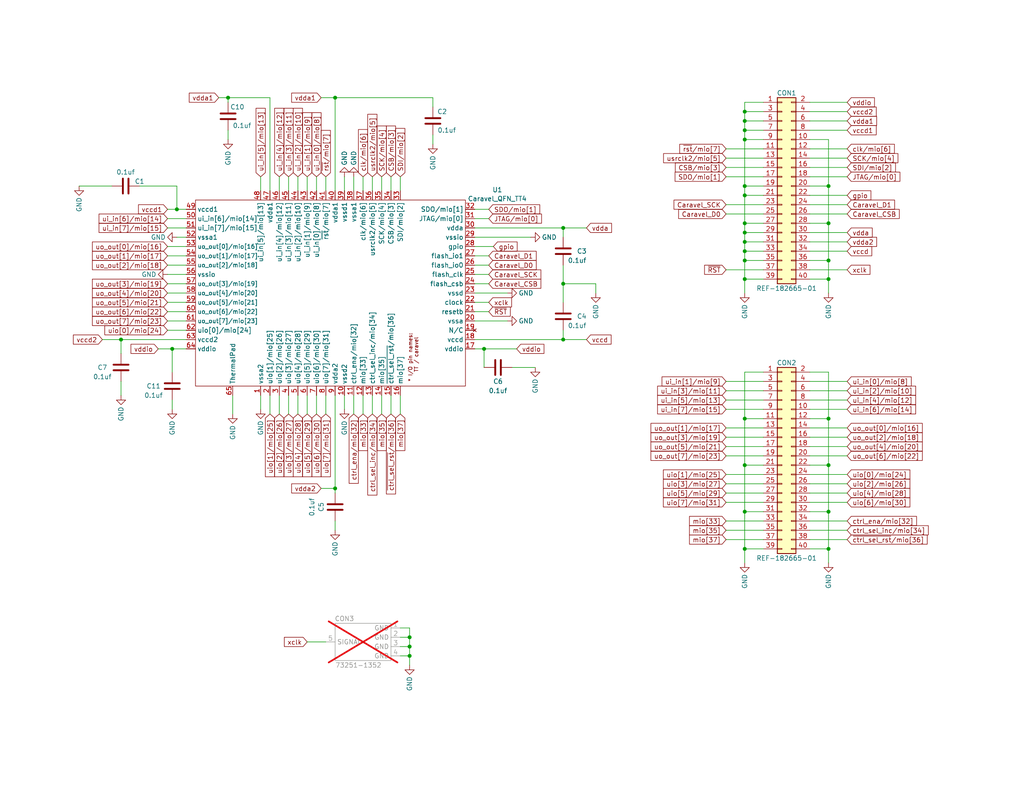
<source format=kicad_sch>
(kicad_sch (version 20230121) (generator eeschema)
  (paper "A")
  (title_block (title "Caravel QFN Breakout") (date "2023-07-21") (rev "2.1"))
  (lib_symbols
    (symbol "Connector_Generic:Conn_02x20_Odd_Even" (pin_names (offset 1.016) hide)
      (property "Reference" "J" (at 1.27 25.4 0))
      (property "Value" "Conn_02x20_Odd_Even" (at 1.27 -27.94 0))
      (symbol "Conn_02x20_Odd_Even_1_1"
        (rectangle (start -1.27 -25.273) (end 0 -25.527) (stroke (width 0.1524)))
        (rectangle (start -1.27 -22.733) (end 0 -22.987) (stroke (width 0.1524)))
        (rectangle (start -1.27 -20.193) (end 0 -20.447) (stroke (width 0.1524)))
        (rectangle (start -1.27 -17.653) (end 0 -17.907) (stroke (width 0.1524)))
        (rectangle (start -1.27 -15.113) (end 0 -15.367) (stroke (width 0.1524)))
        (rectangle (start -1.27 -12.573) (end 0 -12.827) (stroke (width 0.1524)))
        (rectangle (start -1.27 -10.033) (end 0 -10.287) (stroke (width 0.1524)))
        (rectangle (start -1.27 -7.493) (end 0 -7.747) (stroke (width 0.1524)))
        (rectangle (start -1.27 -4.953) (end 0 -5.207) (stroke (width 0.1524)))
        (rectangle (start -1.27 -2.413) (end 0 -2.667) (stroke (width 0.1524)))
        (rectangle (start -1.27 0.127) (end 0 -0.127) (stroke (width 0.1524)))
        (rectangle (start -1.27 2.667) (end 0 2.413) (stroke (width 0.1524)))
        (rectangle (start -1.27 5.207) (end 0 4.953) (stroke (width 0.1524)))
        (rectangle (start -1.27 7.747) (end 0 7.493) (stroke (width 0.1524)))
        (rectangle (start -1.27 10.287) (end 0 10.033) (stroke (width 0.1524)))
        (rectangle (start -1.27 12.827) (end 0 12.573) (stroke (width 0.1524)))
        (rectangle (start -1.27 15.367) (end 0 15.113) (stroke (width 0.1524)))
        (rectangle (start -1.27 17.907) (end 0 17.653) (stroke (width 0.1524)))
        (rectangle (start -1.27 20.447) (end 0 20.193) (stroke (width 0.1524)))
        (rectangle (start -1.27 22.987) (end 0 22.733) (stroke (width 0.1524)))
        (rectangle (start -1.27 24.13) (end 3.81 -26.67) (stroke (width 0.254)) (fill (type background)))
        (rectangle (start 3.81 -25.273) (end 2.54 -25.527) (stroke (width 0.1524)))
        (rectangle (start 3.81 -22.733) (end 2.54 -22.987) (stroke (width 0.1524)))
        (rectangle (start 3.81 -20.193) (end 2.54 -20.447) (stroke (width 0.1524)))
        (rectangle (start 3.81 -17.653) (end 2.54 -17.907) (stroke (width 0.1524)))
        (rectangle (start 3.81 -15.113) (end 2.54 -15.367) (stroke (width 0.1524)))
        (rectangle (start 3.81 -12.573) (end 2.54 -12.827) (stroke (width 0.1524)))
        (rectangle (start 3.81 -10.033) (end 2.54 -10.287) (stroke (width 0.1524)))
        (rectangle (start 3.81 -7.493) (end 2.54 -7.747) (stroke (width 0.1524)))
        (rectangle (start 3.81 -4.953) (end 2.54 -5.207) (stroke (width 0.1524)))
        (rectangle (start 3.81 -2.413) (end 2.54 -2.667) (stroke (width 0.1524)))
        (rectangle (start 3.81 0.127) (end 2.54 -0.127) (stroke (width 0.1524)))
        (rectangle (start 3.81 2.667) (end 2.54 2.413) (stroke (width 0.1524)))
        (rectangle (start 3.81 5.207) (end 2.54 4.953) (stroke (width 0.1524)))
        (rectangle (start 3.81 7.747) (end 2.54 7.493) (stroke (width 0.1524)))
        (rectangle (start 3.81 10.287) (end 2.54 10.033) (stroke (width 0.1524)))
        (rectangle (start 3.81 12.827) (end 2.54 12.573) (stroke (width 0.1524)))
        (rectangle (start 3.81 15.367) (end 2.54 15.113) (stroke (width 0.1524)))
        (rectangle (start 3.81 17.907) (end 2.54 17.653) (stroke (width 0.1524)))
        (rectangle (start 3.81 20.447) (end 2.54 20.193) (stroke (width 0.1524)))
        (rectangle (start 3.81 22.987) (end 2.54 22.733) (stroke (width 0.1524)))
        (pin passive line (at -5.08 22.86 0) (length 3.81) (name "Pin_1") (number "1"))
        (pin passive line (at 7.62 12.7 180) (length 3.81) (name "Pin_10") (number "10"))
        (pin passive line (at -5.08 10.16 0) (length 3.81) (name "Pin_11") (number "11"))
        (pin passive line (at 7.62 10.16 180) (length 3.81) (name "Pin_12") (number "12"))
        (pin passive line (at -5.08 7.62 0) (length 3.81) (name "Pin_13") (number "13"))
        (pin passive line (at 7.62 7.62 180) (length 3.81) (name "Pin_14") (number "14"))
        (pin passive line (at -5.08 5.08 0) (length 3.81) (name "Pin_15") (number "15"))
        (pin passive line (at 7.62 5.08 180) (length 3.81) (name "Pin_16") (number "16"))
        (pin passive line (at -5.08 2.54 0) (length 3.81) (name "Pin_17") (number "17"))
        (pin passive line (at 7.62 2.54 180) (length 3.81) (name "Pin_18") (number "18"))
        (pin passive line (at -5.08 0 0) (length 3.81) (name "Pin_19") (number "19"))
        (pin passive line (at 7.62 22.86 180) (length 3.81) (name "Pin_2") (number "2"))
        (pin passive line (at 7.62 0 180) (length 3.81) (name "Pin_20") (number "20"))
        (pin passive line (at -5.08 -2.54 0) (length 3.81) (name "Pin_21") (number "21"))
        (pin passive line (at 7.62 -2.54 180) (length 3.81) (name "Pin_22") (number "22"))
        (pin passive line (at -5.08 -5.08 0) (length 3.81) (name "Pin_23") (number "23"))
        (pin passive line (at 7.62 -5.08 180) (length 3.81) (name "Pin_24") (number "24"))
        (pin passive line (at -5.08 -7.62 0) (length 3.81) (name "Pin_25") (number "25"))
        (pin passive line (at 7.62 -7.62 180) (length 3.81) (name "Pin_26") (number "26"))
        (pin passive line (at -5.08 -10.16 0) (length 3.81) (name "Pin_27") (number "27"))
        (pin passive line (at 7.62 -10.16 180) (length 3.81) (name "Pin_28") (number "28"))
        (pin passive line (at -5.08 -12.7 0) (length 3.81) (name "Pin_29") (number "29"))
        (pin passive line (at -5.08 20.32 0) (length 3.81) (name "Pin_3") (number "3"))
        (pin passive line (at 7.62 -12.7 180) (length 3.81) (name "Pin_30") (number "30"))
        (pin passive line (at -5.08 -15.24 0) (length 3.81) (name "Pin_31") (number "31"))
        (pin passive line (at 7.62 -15.24 180) (length 3.81) (name "Pin_32") (number "32"))
        (pin passive line (at -5.08 -17.78 0) (length 3.81) (name "Pin_33") (number "33"))
        (pin passive line (at 7.62 -17.78 180) (length 3.81) (name "Pin_34") (number "34"))
        (pin passive line (at -5.08 -20.32 0) (length 3.81) (name "Pin_35") (number "35"))
        (pin passive line (at 7.62 -20.32 180) (length 3.81) (name "Pin_36") (number "36"))
        (pin passive line (at -5.08 -22.86 0) (length 3.81) (name "Pin_37") (number "37"))
        (pin passive line (at 7.62 -22.86 180) (length 3.81) (name "Pin_38") (number "38"))
        (pin passive line (at -5.08 -25.4 0) (length 3.81) (name "Pin_39") (number "39"))
        (pin passive line (at 7.62 20.32 180) (length 3.81) (name "Pin_4") (number "4"))
        (pin passive line (at 7.62 -25.4 180) (length 3.81) (name "Pin_40") (number "40"))
        (pin passive line (at -5.08 17.78 0) (length 3.81) (name "Pin_5") (number "5"))
        (pin passive line (at 7.62 17.78 180) (length 3.81) (name "Pin_6") (number "6"))
        (pin passive line (at -5.08 15.24 0) (length 3.81) (name "Pin_7") (number "7"))
        (pin passive line (at 7.62 15.24 180) (length 3.81) (name "Pin_8") (number "8"))
        (pin passive line (at -5.08 12.7 0) (length 3.81) (name "Pin_9") (number "9"))
      )
    )
    (symbol "Device:C" (pin_numbers hide) (pin_names (offset 0.254))
      (property "Reference" "C" (at 0.635 2.54 0))
      (property "Value" "C" (at 0.635 -2.54 0))
      (symbol "C_0_1"
        (polyline (pts (xy -2.032 -0.762) (xy 2.032 -0.762)) (stroke (width 0.508)))
        (polyline (pts (xy -2.032 0.762) (xy 2.032 0.762)) (stroke (width 0.508)))
      )
      (symbol "C_1_1"
        (pin passive line (at 0 3.81 270) (length 2.794) (name "~") (number "1"))
        (pin passive line (at 0 -3.81 90) (length 2.794) (name "~") (number "2"))
      )
    )
    (symbol "TinyTapeout:Caravel_QFN_TT4"
      (property "Reference" "U1" (at -26.416 41.656 0))
      (property "Value" "Caravel_QFN_TT4" (at 26.035 -33.655 90))
      (symbol "Caravel_QFN_TT4_0_1"
        (rectangle (start -26.67 40.64) (end 24.13 -33.02))
      )
      (symbol "Caravel_QFN_TT4_1_1"
        (text "* I/O pin names:\n  TT / caravel" (at -18.796 -18.796 0) (effects (font (size 1 1))))
        (pin power_in line (at -29.21 22.86 0) (length 2.54) (name "vssa2") (number "1"))
        (pin power_in line (at -29.21 0 0) (length 2.54) (name "vssd2") (number "10"))
        (pin bidirectional line (at -29.21 -2.54 0) (length 2.54) (name "ctrl_ena/mio[32]") (number "11"))
        (pin bidirectional line (at -29.21 -5.08 0) (length 2.54) (name "mio[33]") (number "12"))
        (pin bidirectional line (at -29.21 -7.62 0) (length 2.54) (name "ctrl_sel_inc/mio[34]") (number "13"))
        (pin bidirectional line (at -29.21 -10.16 0) (length 2.54) (name "mio[35]") (number "14"))
        (pin bidirectional line (at -29.21 -12.7 0) (length 2.54) (name "~{ctrl_sel_rst}/mio[36]") (number "15"))
        (pin bidirectional line (at -29.21 -15.24 0) (length 2.54) (name "mio[37]") (number "16"))
        (pin power_in line (at -16.51 -35.56 90) (length 2.54) (name "vddio") (number "17"))
        (pin power_in line (at -13.97 -35.56 90) (length 2.54) (name "vccd") (number "18"))
        (pin no_connect line (at -11.43 -35.56 90) (length 2.54) (name "N/C") (number "19"))
        (pin bidirectional line (at -29.21 20.32 0) (length 2.54) (name "uio[1]/mio[25]") (number "2"))
        (pin power_in line (at -8.89 -35.56 90) (length 2.54) (name "vssa") (number "20"))
        (pin input line (at -6.35 -35.56 90) (length 2.54) (name "resetb") (number "21"))
        (pin input line (at -3.81 -35.56 90) (length 2.54) (name "clock") (number "22"))
        (pin power_in line (at -1.27 -35.56 90) (length 2.54) (name "vssd") (number "23"))
        (pin output line (at 1.27 -35.56 90) (length 2.54) (name "flash_csb") (number "24"))
        (pin output line (at 3.81 -35.56 90) (length 2.54) (name "flash_clk") (number "25"))
        (pin bidirectional line (at 6.35 -35.56 90) (length 2.54) (name "flash_io0") (number "26"))
        (pin bidirectional line (at 8.89 -35.56 90) (length 2.54) (name "flash_io1") (number "27"))
        (pin bidirectional line (at 11.43 -35.56 90) (length 2.54) (name "gpio") (number "28"))
        (pin power_in line (at 13.97 -35.56 90) (length 2.54) (name "vssio") (number "29"))
        (pin bidirectional line (at -29.21 17.78 0) (length 2.54) (name "uio[2]/mio[26]") (number "3"))
        (pin power_in line (at 16.51 -35.56 90) (length 2.54) (name "vdda") (number "30"))
        (pin bidirectional line (at 19.05 -35.56 90) (length 2.54) (name "JTAG/mio[0]") (number "31"))
        (pin bidirectional line (at 21.59 -35.56 90) (length 2.54) (name "SDO/mio[1]") (number "32"))
        (pin bidirectional line (at 26.67 -15.24 180) (length 2.54) (name "SDI/mio[2]") (number "33"))
        (pin bidirectional line (at 26.67 -12.7 180) (length 2.54) (name "CSB/mio[3]") (number "34"))
        (pin bidirectional line (at 26.67 -10.16 180) (length 2.54) (name "SCK/mio[4]") (number "35"))
        (pin bidirectional line (at 26.67 -7.62 180) (length 2.54) (name "usrclk2/mio[5]") (number "36"))
        (pin bidirectional line (at 26.67 -5.08 180) (length 2.54) (name "clk/mio[6]") (number "37"))
        (pin power_in line (at 26.67 -2.54 180) (length 2.54) (name "vssa1") (number "38"))
        (pin power_in line (at 26.67 0 180) (length 2.54) (name "vssd1") (number "39"))
        (pin bidirectional line (at -29.21 15.24 0) (length 2.54) (name "uio[3]/mio[27]") (number "4"))
        (pin power_in line (at 26.67 2.54 180) (length 2.54) (name "vdda1") (number "40"))
        (pin bidirectional line (at 26.67 5.08 180) (length 2.54) (name "~{rst}/mio[7]") (number "41"))
        (pin bidirectional line (at 26.67 7.62 180) (length 2.54) (name "ui_in[0]/mio[8]") (number "42"))
        (pin bidirectional line (at 26.67 10.16 180) (length 2.54) (name "ui_in[1]/mio[9]") (number "43"))
        (pin bidirectional line (at 26.67 12.7 180) (length 2.54) (name "ui_in[2]/mio[10]") (number "44"))
        (pin bidirectional line (at 26.67 15.24 180) (length 2.54) (name "ui_in[3]/mio[11]") (number "45"))
        (pin bidirectional line (at 26.67 17.78 180) (length 2.54) (name "ui_in[4]/mio[12]") (number "46"))
        (pin power_in line (at 26.67 20.32 180) (length 2.54) (name "vdda1") (number "47"))
        (pin bidirectional line (at 26.67 22.86 180) (length 2.54) (name "ui_in[5]/mio[13]") (number "48"))
        (pin power_in line (at 21.59 43.18 270) (length 2.54) (name "vccd1") (number "49"))
        (pin bidirectional line (at -29.21 12.7 0) (length 2.54) (name "uio[4]/mio[28]") (number "5"))
        (pin bidirectional line (at 19.05 43.18 270) (length 2.54) (name "ui_in[6]/mio[14]") (number "50"))
        (pin bidirectional line (at 16.51 43.18 270) (length 2.54) (name "ui_in[7]/mio[15]") (number "51"))
        (pin power_in line (at 13.97 43.18 270) (length 2.54) (name "vssa1") (number "52"))
        (pin bidirectional line (at 11.43 43.18 270) (length 2.54) (name "uo_out[0]/mio[16]") (number "53"))
        (pin bidirectional line (at 8.89 43.18 270) (length 2.54) (name "uo_out[1]/mio[17]") (number "54"))
        (pin bidirectional line (at 6.35 43.18 270) (length 2.54) (name "uo_out[2]/mio[18]") (number "55"))
        (pin power_in line (at 3.81 43.18 270) (length 2.54) (name "vssio") (number "56"))
        (pin bidirectional line (at 1.27 43.18 270) (length 2.54) (name "uo_out[3]/mio[19]") (number "57"))
        (pin bidirectional line (at -1.27 43.18 270) (length 2.54) (name "uo_out[4]/mio[20]") (number "58"))
        (pin bidirectional line (at -3.81 43.18 270) (length 2.54) (name "uo_out[5]/mio[21]") (number "59"))
        (pin bidirectional line (at -29.21 10.16 0) (length 2.54) (name "uio[5]/mio[29]") (number "6"))
        (pin bidirectional line (at -6.35 43.18 270) (length 2.54) (name "uo_out[6]/mio[22]") (number "60"))
        (pin bidirectional line (at -8.89 43.18 270) (length 2.54) (name "uo_out[7]/mio[23]") (number "61"))
        (pin bidirectional line (at -11.43 43.18 270) (length 2.54) (name "uio[0]/mio[24]") (number "62"))
        (pin power_in line (at -13.97 43.18 270) (length 2.54) (name "vccd2") (number "63"))
        (pin power_in line (at -16.51 43.18 270) (length 2.54) (name "vddio") (number "64"))
        (pin power_in line (at -29.21 30.48 0) (length 2.54) (name "ThermalPad") (number "65"))
        (pin bidirectional line (at -29.21 7.62 0) (length 2.54) (name "uio[6]/mio[30]") (number "7"))
        (pin bidirectional line (at -29.21 5.08 0) (length 2.54) (name "uio[7]/mio[31]") (number "8"))
        (pin power_in line (at -29.21 2.54 0) (length 2.54) (name "vdda2") (number "9"))
      )
    )
    (symbol "ok-connectors:SMA_TH"
      (property "Reference" "CON" (at -5.08 6.35 0))
      (property "Value" "SMA_TH" (at -2.54 -6.35 0))
      (symbol "SMA_TH_0_1"
        (rectangle (start -7.62 5.08) (end 7.62 -5.08))
      )
      (symbol "SMA_TH_1_1"
        (pin input line (at 10.16 3.81 180) (length 2.54) (name "GND") (number "1"))
        (pin input line (at 10.16 1.27 180) (length 2.54) (name "GND") (number "2"))
        (pin input line (at 10.16 -1.27 180) (length 2.54) (name "GND") (number "3"))
        (pin input line (at 10.16 -3.81 180) (length 2.54) (name "GND") (number "4"))
        (pin input line (at -10.16 0 0) (length 2.54) (name "SIGNAL") (number "5"))
      )
    )
    (symbol "power:GND" (power) (pin_names (offset 0))
      (property "Value" "GND" (at 0 -3.81 0))
      (symbol "GND_0_1"
        (polyline (pts (xy 0 0) (xy 0 -1.27) (xy 1.27 -1.27) (xy 0 -2.54) (xy -1.27 -1.27) (xy 0 -1.27)))
      )
      (symbol "GND_1_1"
        (pin power_in line (at 0 0 270) (length 0) hide (name "GND") (number "1"))
      )
    )
  )
  (junction (at 203.2 76.2))
  (junction (at 111.76 176.53))
  (junction (at 226.06 127))
  (junction (at 33.02 92.71))
  (junction (at 226.06 149.86))
  (junction (at 91.44 133.35))
  (junction (at 203.2 38.1))
  (junction (at 111.76 179.07))
  (junction (at 91.44 26.67))
  (junction (at 203.2 127))
  (junction (at 203.2 30.48))
  (junction (at 111.76 173.99))
  (junction (at 132.08 95.25))
  (junction (at 226.06 139.7))
  (junction (at 203.2 50.8))
  (junction (at 203.2 63.5))
  (junction (at 203.2 71.12))
  (junction (at 153.67 62.23))
  (junction (at 203.2 35.56))
  (junction (at 48.26 57.15))
  (junction (at 203.2 68.58))
  (junction (at 226.06 76.2))
  (junction (at 226.06 50.8))
  (junction (at 153.67 77.47))
  (junction (at 226.06 114.3))
  (junction (at 46.99 95.25))
  (junction (at 226.06 71.12))
  (junction (at 62.23 26.67))
  (junction (at 203.2 60.96))
  (junction (at 153.67 92.71))
  (junction (at 203.2 139.7))
  (junction (at 203.2 149.86))
  (junction (at 203.2 33.02))
  (junction (at 203.2 53.34))
  (junction (at 226.06 60.96))
  (junction (at 203.2 114.3))
  (junction (at 203.2 66.04))
  (wire (pts (xy 198.12 142.24) (xy 208.28 142.24)))
  (wire (pts (xy 220.98 35.56) (xy 231.14 35.56)))
  (wire (pts (xy 109.22 176.53) (xy 111.76 176.53)))
  (wire (pts (xy 220.98 68.58) (xy 231.14 68.58)))
  (wire (pts (xy 106.68 48.26) (xy 106.68 52.07)))
  (wire (pts (xy 73.66 26.67) (xy 73.66 52.07)))
  (wire (pts (xy 96.52 113.03) (xy 96.52 107.95)))
  (wire (pts (xy 220.98 60.96) (xy 226.06 60.96)))
  (wire (pts (xy 220.98 111.76) (xy 231.14 111.76)))
  (wire (pts (xy 50.8 90.17) (xy 45.72 90.17)))
  (wire (pts (xy 220.98 129.54) (xy 231.14 129.54)))
  (wire (pts (xy 71.12 48.26) (xy 71.12 52.07)))
  (wire (pts (xy 91.44 107.95) (xy 91.44 133.35)))
  (wire (pts (xy 133.35 72.39) (xy 129.54 72.39)))
  (wire (pts (xy 220.98 104.14) (xy 231.14 104.14)))
  (wire (pts (xy 133.35 69.85) (xy 129.54 69.85)))
  (wire (pts (xy 203.2 27.94) (xy 208.28 27.94)))
  (wire (pts (xy 91.44 26.67) (xy 118.11 26.67)))
  (wire (pts (xy 220.98 139.7) (xy 226.06 139.7)))
  (wire (pts (xy 96.52 48.26) (xy 96.52 52.07)))
  (wire (pts (xy 111.76 173.99) (xy 111.76 176.53)))
  (wire (pts (xy 48.26 50.8) (xy 38.1 50.8)))
  (wire (pts (xy 101.6 48.26) (xy 101.6 52.07)))
  (wire (pts (xy 203.2 63.5) (xy 203.2 66.04)))
  (wire (pts (xy 160.02 92.71) (xy 153.67 92.71)))
  (wire (pts (xy 203.2 114.3) (xy 203.2 127)))
  (wire (pts (xy 198.12 43.18) (xy 208.28 43.18)))
  (wire (pts (xy 63.5 107.95) (xy 63.5 113.03)))
  (wire (pts (xy 129.54 62.23) (xy 153.67 62.23)))
  (wire (pts (xy 220.98 106.68) (xy 231.14 106.68)))
  (wire (pts (xy 220.98 116.84) (xy 231.14 116.84)))
  (wire (pts (xy 203.2 114.3) (xy 208.28 114.3)))
  (wire (pts (xy 203.2 66.04) (xy 203.2 68.58)))
  (wire (pts (xy 132.08 95.25) (xy 129.54 95.25)))
  (wire (pts (xy 220.98 127) (xy 226.06 127)))
  (wire (pts (xy 203.2 76.2) (xy 208.28 76.2)))
  (wire (pts (xy 104.14 113.03) (xy 104.14 107.95)))
  (wire (pts (xy 203.2 60.96) (xy 203.2 63.5)))
  (wire (pts (xy 106.68 113.03) (xy 106.68 107.95)))
  (wire (pts (xy 203.2 33.02) (xy 203.2 35.56)))
  (wire (pts (xy 86.36 113.03) (xy 86.36 107.95)))
  (wire (pts (xy 198.12 40.64) (xy 208.28 40.64)))
  (wire (pts (xy 76.2 48.26) (xy 76.2 52.07)))
  (wire (pts (xy 83.82 175.26) (xy 88.9 175.26)))
  (wire (pts (xy 198.12 104.14) (xy 208.28 104.14)))
  (wire (pts (xy 203.2 149.86) (xy 208.28 149.86)))
  (wire (pts (xy 153.67 62.23) (xy 153.67 64.77)))
  (wire (pts (xy 133.35 82.55) (xy 129.54 82.55)))
  (wire (pts (xy 198.12 45.72) (xy 208.28 45.72)))
  (wire (pts (xy 226.06 50.8) (xy 226.06 60.96)))
  (wire (pts (xy 220.98 73.66) (xy 231.14 73.66)))
  (wire (pts (xy 146.05 100.33) (xy 139.7 100.33)))
  (wire (pts (xy 203.2 76.2) (xy 203.2 80.01)))
  (wire (pts (xy 76.2 113.03) (xy 76.2 107.95)))
  (wire (pts (xy 81.28 48.26) (xy 81.28 52.07)))
  (wire (pts (xy 71.12 111.76) (xy 71.12 107.95)))
  (wire (pts (xy 160.02 62.23) (xy 153.67 62.23)))
  (wire (pts (xy 220.98 48.26) (xy 231.14 48.26)))
  (wire (pts (xy 203.2 139.7) (xy 208.28 139.7)))
  (wire (pts (xy 220.98 30.48) (xy 231.14 30.48)))
  (wire (pts (xy 203.2 30.48) (xy 203.2 33.02)))
  (wire (pts (xy 226.06 60.96) (xy 226.06 71.12)))
  (wire (pts (xy 83.82 48.26) (xy 83.82 52.07)))
  (wire (pts (xy 93.98 52.07) (xy 93.98 48.26)))
  (wire (pts (xy 73.66 26.67) (xy 62.23 26.67)))
  (wire (pts (xy 226.06 149.86) (xy 226.06 153.67)))
  (wire (pts (xy 50.8 59.69) (xy 45.72 59.69)))
  (wire (pts (xy 220.98 27.94) (xy 231.14 27.94)))
  (wire (pts (xy 104.14 48.26) (xy 104.14 52.07)))
  (wire (pts (xy 203.2 53.34) (xy 208.28 53.34)))
  (wire (pts (xy 91.44 26.67) (xy 87.63 26.67)))
  (wire (pts (xy 203.2 68.58) (xy 203.2 71.12)))
  (wire (pts (xy 198.12 124.46) (xy 208.28 124.46)))
  (wire (pts (xy 153.67 77.47) (xy 162.56 77.47)))
  (wire (pts (xy 208.28 101.6) (xy 203.2 101.6)))
  (wire (pts (xy 62.23 35.56) (xy 62.23 38.1)))
  (wire (pts (xy 220.98 137.16) (xy 231.14 137.16)))
  (wire (pts (xy 203.2 127) (xy 208.28 127)))
  (wire (pts (xy 33.02 92.71) (xy 27.94 92.71)))
  (wire (pts (xy 111.76 179.07) (xy 111.76 181.61)))
  (wire (pts (xy 208.28 63.5) (xy 203.2 63.5)))
  (wire (pts (xy 220.98 132.08) (xy 231.14 132.08)))
  (wire (pts (xy 198.12 134.62) (xy 208.28 134.62)))
  (wire (pts (xy 111.76 176.53) (xy 111.76 179.07)))
  (wire (pts (xy 78.74 48.26) (xy 78.74 52.07)))
  (wire (pts (xy 198.12 55.88) (xy 208.28 55.88)))
  (wire (pts (xy 203.2 50.8) (xy 208.28 50.8)))
  (wire (pts (xy 81.28 113.03) (xy 81.28 107.95)))
  (wire (pts (xy 118.11 39.37) (xy 118.11 36.83)))
  (wire (pts (xy 46.99 95.25) (xy 46.99 101.6)))
  (wire (pts (xy 99.06 113.03) (xy 99.06 107.95)))
  (wire (pts (xy 88.9 113.03) (xy 88.9 107.95)))
  (wire (pts (xy 220.98 55.88) (xy 231.14 55.88)))
  (wire (pts (xy 50.8 87.63) (xy 45.72 87.63)))
  (wire (pts (xy 62.23 26.67) (xy 62.23 27.94)))
  (wire (pts (xy 153.67 90.17) (xy 153.67 92.71)))
  (wire (pts (xy 220.98 58.42) (xy 231.14 58.42)))
  (wire (pts (xy 101.6 113.03) (xy 101.6 107.95)))
  (wire (pts (xy 133.35 85.09) (xy 129.54 85.09)))
  (wire (pts (xy 88.9 48.26) (xy 88.9 52.07)))
  (wire (pts (xy 208.28 66.04) (xy 203.2 66.04)))
  (wire (pts (xy 45.72 57.15) (xy 48.26 57.15)))
  (wire (pts (xy 203.2 33.02) (xy 208.28 33.02)))
  (wire (pts (xy 220.98 121.92) (xy 231.14 121.92)))
  (wire (pts (xy 226.06 127) (xy 226.06 139.7)))
  (wire (pts (xy 133.35 74.93) (xy 129.54 74.93)))
  (wire (pts (xy 203.2 30.48) (xy 208.28 30.48)))
  (wire (pts (xy 208.28 71.12) (xy 203.2 71.12)))
  (wire (pts (xy 198.12 129.54) (xy 208.28 129.54)))
  (wire (pts (xy 220.98 76.2) (xy 226.06 76.2)))
  (wire (pts (xy 198.12 48.26) (xy 208.28 48.26)))
  (wire (pts (xy 86.36 48.26) (xy 86.36 52.07)))
  (wire (pts (xy 198.12 58.42) (xy 208.28 58.42)))
  (wire (pts (xy 220.98 119.38) (xy 231.14 119.38)))
  (wire (pts (xy 203.2 27.94) (xy 203.2 30.48)))
  (wire (pts (xy 21.59 50.8) (xy 30.48 50.8)))
  (wire (pts (xy 226.06 114.3) (xy 226.06 127)))
  (wire (pts (xy 50.8 80.01) (xy 45.72 80.01)))
  (wire (pts (xy 198.12 144.78) (xy 208.28 144.78)))
  (wire (pts (xy 91.44 26.67) (xy 91.44 52.07)))
  (wire (pts (xy 220.98 66.04) (xy 231.14 66.04)))
  (wire (pts (xy 138.43 87.63) (xy 129.54 87.63)))
  (wire (pts (xy 220.98 50.8) (xy 226.06 50.8)))
  (wire (pts (xy 220.98 33.02) (xy 231.14 33.02)))
  (wire (pts (xy 220.98 134.62) (xy 231.14 134.62)))
  (wire (pts (xy 153.67 72.39) (xy 153.67 77.47)))
  (wire (pts (xy 109.22 173.99) (xy 111.76 173.99)))
  (wire (pts (xy 73.66 113.03) (xy 73.66 107.95)))
  (wire (pts (xy 203.2 35.56) (xy 208.28 35.56)))
  (wire (pts (xy 220.98 109.22) (xy 231.14 109.22)))
  (wire (pts (xy 198.12 111.76) (xy 208.28 111.76)))
  (wire (pts (xy 59.69 26.67) (xy 62.23 26.67)))
  (wire (pts (xy 220.98 43.18) (xy 231.14 43.18)))
  (wire (pts (xy 45.72 62.23) (xy 50.8 62.23)))
  (wire (pts (xy 132.08 95.25) (xy 140.97 95.25)))
  (wire (pts (xy 91.44 142.24) (xy 91.44 144.78)))
  (wire (pts (xy 198.12 119.38) (xy 208.28 119.38)))
  (wire (pts (xy 50.8 67.31) (xy 45.72 67.31)))
  (wire (pts (xy 203.2 71.12) (xy 203.2 76.2)))
  (wire (pts (xy 226.06 139.7) (xy 226.06 149.86)))
  (wire (pts (xy 153.67 77.47) (xy 153.67 82.55)))
  (wire (pts (xy 220.98 53.34) (xy 231.14 53.34)))
  (wire (pts (xy 220.98 71.12) (xy 226.06 71.12)))
  (wire (pts (xy 208.28 68.58) (xy 203.2 68.58)))
  (wire (pts (xy 46.99 109.22) (xy 46.99 111.76)))
  (wire (pts (xy 226.06 71.12) (xy 226.06 76.2)))
  (wire (pts (xy 198.12 121.92) (xy 208.28 121.92)))
  (wire (pts (xy 109.22 171.45) (xy 111.76 171.45)))
  (wire (pts (xy 198.12 137.16) (xy 208.28 137.16)))
  (wire (pts (xy 48.26 64.77) (xy 50.8 64.77)))
  (wire (pts (xy 153.67 92.71) (xy 129.54 92.71)))
  (wire (pts (xy 220.98 40.64) (xy 231.14 40.64)))
  (wire (pts (xy 220.98 149.86) (xy 226.06 149.86)))
  (wire (pts (xy 50.8 82.55) (xy 45.72 82.55)))
  (wire (pts (xy 203.2 38.1) (xy 203.2 50.8)))
  (wire (pts (xy 93.98 111.76) (xy 93.98 107.95)))
  (wire (pts (xy 220.98 124.46) (xy 231.14 124.46)))
  (wire (pts (xy 50.8 69.85) (xy 45.72 69.85)))
  (wire (pts (xy 220.98 114.3) (xy 226.06 114.3)))
  (wire (pts (xy 203.2 50.8) (xy 203.2 53.34)))
  (wire (pts (xy 33.02 92.71) (xy 33.02 96.52)))
  (wire (pts (xy 220.98 142.24) (xy 231.14 142.24)))
  (wire (pts (xy 220.98 45.72) (xy 231.14 45.72)))
  (wire (pts (xy 198.12 116.84) (xy 208.28 116.84)))
  (wire (pts (xy 99.06 48.26) (xy 99.06 52.07)))
  (wire (pts (xy 220.98 101.6) (xy 226.06 101.6)))
  (wire (pts (xy 198.12 73.66) (xy 208.28 73.66)))
  (wire (pts (xy 226.06 76.2) (xy 226.06 80.01)))
  (wire (pts (xy 226.06 101.6) (xy 226.06 114.3)))
  (wire (pts (xy 132.08 95.25) (xy 132.08 100.33)))
  (wire (pts (xy 109.22 179.07) (xy 111.76 179.07)))
  (wire (pts (xy 198.12 109.22) (xy 208.28 109.22)))
  (wire (pts (xy 226.06 38.1) (xy 226.06 50.8)))
  (wire (pts (xy 198.12 106.68) (xy 208.28 106.68)))
  (wire (pts (xy 48.26 57.15) (xy 48.26 50.8)))
  (wire (pts (xy 220.98 63.5) (xy 231.14 63.5)))
  (wire (pts (xy 133.35 59.69) (xy 129.54 59.69)))
  (wire (pts (xy 198.12 132.08) (xy 208.28 132.08)))
  (wire (pts (xy 203.2 38.1) (xy 208.28 38.1)))
  (wire (pts (xy 109.22 52.07) (xy 109.22 48.26)))
  (wire (pts (xy 46.99 95.25) (xy 50.8 95.25)))
  (wire (pts (xy 203.2 127) (xy 203.2 139.7)))
  (wire (pts (xy 208.28 60.96) (xy 203.2 60.96)))
  (wire (pts (xy 33.02 104.14) (xy 33.02 107.95)))
  (wire (pts (xy 220.98 147.32) (xy 231.14 147.32)))
  (wire (pts (xy 203.2 101.6) (xy 203.2 114.3)))
  (wire (pts (xy 50.8 85.09) (xy 45.72 85.09)))
  (wire (pts (xy 133.35 57.15) (xy 129.54 57.15)))
  (wire (pts (xy 50.8 77.47) (xy 45.72 77.47)))
  (wire (pts (xy 220.98 144.78) (xy 231.14 144.78)))
  (wire (pts (xy 118.11 26.67) (xy 118.11 29.21)))
  (wire (pts (xy 78.74 113.03) (xy 78.74 107.95)))
  (wire (pts (xy 198.12 147.32) (xy 208.28 147.32)))
  (wire (pts (xy 203.2 53.34) (xy 203.2 60.96)))
  (wire (pts (xy 109.22 113.03) (xy 109.22 107.95)))
  (wire (pts (xy 133.35 77.47) (xy 129.54 77.47)))
  (wire (pts (xy 134.62 67.31) (xy 129.54 67.31)))
  (wire (pts (xy 33.02 92.71) (xy 50.8 92.71)))
  (wire (pts (xy 91.44 134.62) (xy 91.44 133.35)))
  (wire (pts (xy 111.76 171.45) (xy 111.76 173.99)))
  (wire (pts (xy 203.2 149.86) (xy 203.2 153.67)))
  (wire (pts (xy 83.82 113.03) (xy 83.82 107.95)))
  (wire (pts (xy 45.72 74.93) (xy 50.8 74.93)))
  (wire (pts (xy 162.56 77.47) (xy 162.56 80.01)))
  (wire (pts (xy 203.2 139.7) (xy 203.2 149.86)))
  (wire (pts (xy 91.44 133.35) (xy 87.63 133.35)))
  (wire (pts (xy 138.43 80.01) (xy 129.54 80.01)))
  (wire (pts (xy 203.2 35.56) (xy 203.2 38.1)))
  (wire (pts (xy 220.98 38.1) (xy 226.06 38.1)))
  (wire (pts (xy 50.8 72.39) (xy 45.72 72.39)))
  (wire (pts (xy 48.26 57.15) (xy 50.8 57.15)))
  (wire (pts (xy 144.78 64.77) (xy 129.54 64.77)))
  (wire (pts (xy 43.18 95.25) (xy 46.99 95.25)))
  (global_label "JTAG{slash}mio[0]" (shape input) (at 231.14 48.26 0) (property "Intersheetrefs" "${INTERSHEET_REFS}" (effects hide)))
  (global_label "vdda2" (shape input) (at 231.14 66.04 0) (property "Intersheetrefs" "${INTERSHEET_REFS}" (effects hide)))
  (global_label "uo_out[5]{slash}mio[21]" (shape input) (at 45.72 82.55 180) (property "Intersheetrefs" "${INTERSHEET_REFS}" (effects hide)))
  (global_label "CSB{slash}mio[3]" (shape input) (at 198.12 45.72 180) (property "Intersheetrefs" "${INTERSHEET_REFS}" (effects hide)))
  (global_label "CSB{slash}mio[3]" (shape input) (at 106.68 48.26 90) (property "Intersheetrefs" "${INTERSHEET_REFS}" (effects hide)))
  (global_label "uio[7]{slash}mio[31]" (shape input) (at 88.9 113.03 270) (property "Intersheetrefs" "${INTERSHEET_REFS}" (effects hide)))
  (global_label "vdda2" (shape input) (at 87.63 133.35 180) (property "Intersheetrefs" "${INTERSHEET_REFS}" (effects hide)))
  (global_label "uio[2]{slash}mio[26]" (shape input) (at 76.2 113.03 270) (property "Intersheetrefs" "${INTERSHEET_REFS}" (effects hide)))
  (global_label "ctrl_ena{slash}mio[32]" (shape input) (at 231.14 142.24 0) (property "Intersheetrefs" "${INTERSHEET_REFS}" (effects hide)))
  (global_label "mio[33]" (shape input) (at 198.12 142.24 180) (property "Intersheetrefs" "${INTERSHEET_REFS}" (effects hide)))
  (global_label "Caravel_D1" (shape input) (at 133.35 69.85 0) (property "Intersheetrefs" "${INTERSHEET_REFS}" (effects hide)))
  (global_label "ui_in[7]{slash}mio[15]" (shape input) (at 198.12 111.76 180) (property "Intersheetrefs" "${INTERSHEET_REFS}" (effects hide)))
  (global_label "~{RST}" (shape input) (at 198.12 73.66 180) (property "Intersheetrefs" "${INTERSHEET_REFS}" (effects hide)))
  (global_label "ui_in[3]{slash}mio[11]" (shape input) (at 78.74 48.26 90) (property "Intersheetrefs" "${INTERSHEET_REFS}" (effects hide)))
  (global_label "xclk" (shape input) (at 133.35 82.55 0) (property "Intersheetrefs" "${INTERSHEET_REFS}" (effects hide)))
  (global_label "mio[35]" (shape input) (at 198.12 144.78 180) (property "Intersheetrefs" "${INTERSHEET_REFS}" (effects hide)))
  (global_label "ui_in[0]{slash}mio[8]" (shape input) (at 231.14 104.14 0) (property "Intersheetrefs" "${INTERSHEET_REFS}" (effects hide)))
  (global_label "uo_out[7]{slash}mio[23]" (shape input) (at 45.72 87.63 180) (property "Intersheetrefs" "${INTERSHEET_REFS}" (effects hide)))
  (global_label "Caravel_SCK" (shape input) (at 198.12 55.88 180) (property "Intersheetrefs" "${INTERSHEET_REFS}" (effects hide)))
  (global_label "vddio" (shape input) (at 43.18 95.25 180) (property "Intersheetrefs" "${INTERSHEET_REFS}" (effects hide)))
  (global_label "~{rst}{slash}mio[7]" (shape input) (at 198.12 40.64 180) (property "Intersheetrefs" "${INTERSHEET_REFS}" (effects hide)))
  (global_label "uio[5]{slash}mio[29]" (shape input) (at 198.12 134.62 180) (property "Intersheetrefs" "${INTERSHEET_REFS}" (effects hide)))
  (global_label "vccd2" (shape input) (at 231.14 30.48 0) (property "Intersheetrefs" "${INTERSHEET_REFS}" (effects hide)))
  (global_label "uio[1]{slash}mio[25]" (shape input) (at 198.12 129.54 180) (property "Intersheetrefs" "${INTERSHEET_REFS}" (effects hide)))
  (global_label "uio[4]{slash}mio[28]" (shape input) (at 231.14 134.62 0) (property "Intersheetrefs" "${INTERSHEET_REFS}" (effects hide)))
  (global_label "ui_in[0]{slash}mio[8]" (shape input) (at 86.36 48.26 90) (property "Intersheetrefs" "${INTERSHEET_REFS}" (effects hide)))
  (global_label "JTAG{slash}mio[0]" (shape input) (at 133.35 59.69 0) (property "Intersheetrefs" "${INTERSHEET_REFS}" (effects hide)))
  (global_label "mio[37]" (shape input) (at 109.22 113.03 270) (property "Intersheetrefs" "${INTERSHEET_REFS}" (effects hide)))
  (global_label "Caravel_CSB" (shape input) (at 133.35 77.47 0) (property "Intersheetrefs" "${INTERSHEET_REFS}" (effects hide)))
  (global_label "clk{slash}mio[6]" (shape input) (at 231.14 40.64 0) (property "Intersheetrefs" "${INTERSHEET_REFS}" (effects hide)))
  (global_label "uo_out[6]{slash}mio[22]" (shape input) (at 231.14 124.46 0) (property "Intersheetrefs" "${INTERSHEET_REFS}" (effects hide)))
  (global_label "uo_out[1]{slash}mio[17]" (shape input) (at 198.12 116.84 180) (property "Intersheetrefs" "${INTERSHEET_REFS}" (effects hide)))
  (global_label "uo_out[4]{slash}mio[20]" (shape input) (at 45.72 80.01 180) (property "Intersheetrefs" "${INTERSHEET_REFS}" (effects hide)))
  (global_label "~{ctrl_sel_rst}{slash}mio[36]" (shape input) (at 231.14 147.32 0) (property "Intersheetrefs" "${INTERSHEET_REFS}" (effects hide)))
  (global_label "vddio" (shape input) (at 231.14 27.94 0) (property "Intersheetrefs" "${INTERSHEET_REFS}" (effects hide)))
  (global_label "vccd2" (shape input) (at 27.94 92.71 180) (property "Intersheetrefs" "${INTERSHEET_REFS}" (effects hide)))
  (global_label "ui_in[2]{slash}mio[10]" (shape input) (at 81.28 48.26 90) (property "Intersheetrefs" "${INTERSHEET_REFS}" (effects hide)))
  (global_label "ui_in[5]{slash}mio[13]" (shape input) (at 198.12 109.22 180) (property "Intersheetrefs" "${INTERSHEET_REFS}" (effects hide)))
  (global_label "vdda1" (shape input) (at 59.69 26.67 180) (property "Intersheetrefs" "${INTERSHEET_REFS}" (effects hide)))
  (global_label "vddio" (shape input) (at 140.97 95.25 0) (property "Intersheetrefs" "${INTERSHEET_REFS}" (effects hide)))
  (global_label "ctrl_sel_inc{slash}mio[34]" (shape input) (at 101.6 113.03 270) (property "Intersheetrefs" "${INTERSHEET_REFS}" (effects hide)))
  (global_label "usrclk2{slash}mio[5]" (shape input) (at 101.6 48.26 90) (property "Intersheetrefs" "${INTERSHEET_REFS}" (effects hide)))
  (global_label "ui_in[6]{slash}mio[14]" (shape input) (at 45.72 59.69 180) (property "Intersheetrefs" "${INTERSHEET_REFS}" (effects hide)))
  (global_label "vccd1" (shape input) (at 231.14 35.56 0) (property "Intersheetrefs" "${INTERSHEET_REFS}" (effects hide)))
  (global_label "vdda1" (shape input) (at 87.63 26.67 180) (property "Intersheetrefs" "${INTERSHEET_REFS}" (effects hide)))
  (global_label "uo_out[4]{slash}mio[20]" (shape input) (at 231.14 121.92 0) (property "Intersheetrefs" "${INTERSHEET_REFS}" (effects hide)))
  (global_label "vccd1" (shape input) (at 45.72 57.15 180) (property "Intersheetrefs" "${INTERSHEET_REFS}" (effects hide)))
  (global_label "usrclk2{slash}mio[5]" (shape input) (at 198.12 43.18 180) (property "Intersheetrefs" "${INTERSHEET_REFS}" (effects hide)))
  (global_label "vccd" (shape input) (at 231.14 68.58 0) (property "Intersheetrefs" "${INTERSHEET_REFS}" (effects hide)))
  (global_label "ui_in[1]{slash}mio[9]" (shape input) (at 198.12 104.14 180) (property "Intersheetrefs" "${INTERSHEET_REFS}" (effects hide)))
  (global_label "vdda" (shape input) (at 160.02 62.23 0) (property "Intersheetrefs" "${INTERSHEET_REFS}" (effects hide)))
  (global_label "vdda" (shape input) (at 231.14 63.5 0) (property "Intersheetrefs" "${INTERSHEET_REFS}" (effects hide)))
  (global_label "ui_in[3]{slash}mio[11]" (shape input) (at 198.12 106.68 180) (property "Intersheetrefs" "${INTERSHEET_REFS}" (effects hide)))
  (global_label "mio[37]" (shape input) (at 198.12 147.32 180) (property "Intersheetrefs" "${INTERSHEET_REFS}" (effects hide)))
  (global_label "mio[35]" (shape input) (at 104.14 113.03 270) (property "Intersheetrefs" "${INTERSHEET_REFS}" (effects hide)))
  (global_label "SCK{slash}mio[4]" (shape input) (at 231.14 43.18 0) (property "Intersheetrefs" "${INTERSHEET_REFS}" (effects hide)))
  (global_label "ui_in[6]{slash}mio[14]" (shape input) (at 231.14 111.76 0) (property "Intersheetrefs" "${INTERSHEET_REFS}" (effects hide)))
  (global_label "~{RST}" (shape input) (at 133.35 85.09 0) (property "Intersheetrefs" "${INTERSHEET_REFS}" (effects hide)))
  (global_label "xclk" (shape input) (at 231.14 73.66 0) (property "Intersheetrefs" "${INTERSHEET_REFS}" (effects hide)))
  (global_label "ui_in[2]{slash}mio[10]" (shape input) (at 231.14 106.68 0) (property "Intersheetrefs" "${INTERSHEET_REFS}" (effects hide)))
  (global_label "uo_out[7]{slash}mio[23]" (shape input) (at 198.12 124.46 180) (property "Intersheetrefs" "${INTERSHEET_REFS}" (effects hide)))
  (global_label "~{rst}{slash}mio[7]" (shape input) (at 88.9 48.26 90) (property "Intersheetrefs" "${INTERSHEET_REFS}" (effects hide)))
  (global_label "uo_out[2]{slash}mio[18]" (shape input) (at 231.14 119.38 0) (property "Intersheetrefs" "${INTERSHEET_REFS}" (effects hide)))
  (global_label "SDO{slash}mio[1]" (shape input) (at 198.12 48.26 180) (property "Intersheetrefs" "${INTERSHEET_REFS}" (effects hide)))
  (global_label "SDO{slash}mio[1]" (shape input) (at 133.35 57.15 0) (property "Intersheetrefs" "${INTERSHEET_REFS}" (effects hide)))
  (global_label "gpio" (shape input) (at 231.14 53.34 0) (property "Intersheetrefs" "${INTERSHEET_REFS}" (effects hide)))
  (global_label "Caravel_D1" (shape input) (at 231.14 55.88 0) (property "Intersheetrefs" "${INTERSHEET_REFS}" (effects hide)))
  (global_label "uio[4]{slash}mio[28]" (shape input) (at 81.28 113.03 270) (property "Intersheetrefs" "${INTERSHEET_REFS}" (effects hide)))
  (global_label "uo_out[3]{slash}mio[19]" (shape input) (at 198.12 119.38 180) (property "Intersheetrefs" "${INTERSHEET_REFS}" (effects hide)))
  (global_label "uio[1]{slash}mio[25]" (shape input) (at 73.66 113.03 270) (property "Intersheetrefs" "${INTERSHEET_REFS}" (effects hide)))
  (global_label "SDI{slash}mio[2]" (shape input) (at 109.22 48.26 90) (property "Intersheetrefs" "${INTERSHEET_REFS}" (effects hide)))
  (global_label "clk{slash}mio[6]" (shape input) (at 99.06 48.26 90) (property "Intersheetrefs" "${INTERSHEET_REFS}" (effects hide)))
  (global_label "uio[5]{slash}mio[29]" (shape input) (at 83.82 113.03 270) (property "Intersheetrefs" "${INTERSHEET_REFS}" (effects hide)))
  (global_label "SDI{slash}mio[2]" (shape input) (at 231.14 45.72 0) (property "Intersheetrefs" "${INTERSHEET_REFS}" (effects hide)))
  (global_label "uio[3]{slash}mio[27]" (shape input) (at 198.12 132.08 180) (property "Intersheetrefs" "${INTERSHEET_REFS}" (effects hide)))
  (global_label "uo_out[0]{slash}mio[16]" (shape input) (at 45.72 67.31 180) (property "Intersheetrefs" "${INTERSHEET_REFS}" (effects hide)))
  (global_label "uio[2]{slash}mio[26]" (shape input) (at 231.14 132.08 0) (property "Intersheetrefs" "${INTERSHEET_REFS}" (effects hide)))
  (global_label "uo_out[5]{slash}mio[21]" (shape input) (at 198.12 121.92 180) (property "Intersheetrefs" "${INTERSHEET_REFS}" (effects hide)))
  (global_label "vdda1" (shape input) (at 231.14 33.02 0) (property "Intersheetrefs" "${INTERSHEET_REFS}" (effects hide)))
  (global_label "ui_in[5]{slash}mio[13]" (shape input) (at 71.12 48.26 90) (property "Intersheetrefs" "${INTERSHEET_REFS}" (effects hide)))
  (global_label "uio[6]{slash}mio[30]" (shape input) (at 86.36 113.03 270) (property "Intersheetrefs" "${INTERSHEET_REFS}" (effects hide)))
  (global_label "uo_out[6]{slash}mio[22]" (shape input) (at 45.72 85.09 180) (property "Intersheetrefs" "${INTERSHEET_REFS}" (effects hide)))
  (global_label "uio[0]{slash}mio[24]" (shape input) (at 231.14 129.54 0) (property "Intersheetrefs" "${INTERSHEET_REFS}" (effects hide)))
  (global_label "Caravel_CSB" (shape input) (at 231.14 58.42 0) (property "Intersheetrefs" "${INTERSHEET_REFS}" (effects hide)))
  (global_label "uio[3]{slash}mio[27]" (shape input) (at 78.74 113.03 270) (property "Intersheetrefs" "${INTERSHEET_REFS}" (effects hide)))
  (global_label "xclk" (shape input) (at 83.82 175.26 180) (property "Intersheetrefs" "${INTERSHEET_REFS}" (effects hide)))
  (global_label "vccd" (shape input) (at 160.02 92.71 0) (property "Intersheetrefs" "${INTERSHEET_REFS}" (effects hide)))
  (global_label "ui_in[4]{slash}mio[12]" (shape input) (at 76.2 48.26 90) (property "Intersheetrefs" "${INTERSHEET_REFS}" (effects hide)))
  (global_label "ui_in[7]{slash}mio[15]" (shape input) (at 45.72 62.23 180) (property "Intersheetrefs" "${INTERSHEET_REFS}" (effects hide)))
  (global_label "ctrl_sel_inc{slash}mio[34]" (shape input) (at 231.14 144.78 0) (property "Intersheetrefs" "${INTERSHEET_REFS}" (effects hide)))
  (global_label "uo_out[2]{slash}mio[18]" (shape input) (at 45.72 72.39 180) (property "Intersheetrefs" "${INTERSHEET_REFS}" (effects hide)))
  (global_label "gpio" (shape input) (at 134.62 67.31 0) (property "Intersheetrefs" "${INTERSHEET_REFS}" (effects hide)))
  (global_label "uo_out[3]{slash}mio[19]" (shape input) (at 45.72 77.47 180) (property "Intersheetrefs" "${INTERSHEET_REFS}" (effects hide)))
  (global_label "SCK{slash}mio[4]" (shape input) (at 104.14 48.26 90) (property "Intersheetrefs" "${INTERSHEET_REFS}" (effects hide)))
  (global_label "uio[0]{slash}mio[24]" (shape input) (at 45.72 90.17 180) (property "Intersheetrefs" "${INTERSHEET_REFS}" (effects hide)))
  (global_label "Caravel_D0" (shape input) (at 133.35 72.39 0) (property "Intersheetrefs" "${INTERSHEET_REFS}" (effects hide)))
  (global_label "~{ctrl_sel_rst}{slash}mio[36]" (shape input) (at 106.68 113.03 270) (property "Intersheetrefs" "${INTERSHEET_REFS}" (effects hide)))
  (global_label "mio[33]" (shape input) (at 99.06 113.03 270) (property "Intersheetrefs" "${INTERSHEET_REFS}" (effects hide)))
  (global_label "uio[6]{slash}mio[30]" (shape input) (at 231.14 137.16 0) (property "Intersheetrefs" "${INTERSHEET_REFS}" (effects hide)))
  (global_label "ui_in[4]{slash}mio[12]" (shape input) (at 231.14 109.22 0) (property "Intersheetrefs" "${INTERSHEET_REFS}" (effects hide)))
  (global_label "uo_out[0]{slash}mio[16]" (shape input) (at 231.14 116.84 0) (property "Intersheetrefs" "${INTERSHEET_REFS}" (effects hide)))
  (global_label "Caravel_SCK" (shape input) (at 133.35 74.93 0) (property "Intersheetrefs" "${INTERSHEET_REFS}" (effects hide)))
  (global_label "ctrl_ena{slash}mio[32]" (shape input) (at 96.52 113.03 270) (property "Intersheetrefs" "${INTERSHEET_REFS}" (effects hide)))
  (global_label "uo_out[1]{slash}mio[17]" (shape input) (at 45.72 69.85 180) (property "Intersheetrefs" "${INTERSHEET_REFS}" (effects hide)))
  (global_label "Caravel_D0" (shape input) (at 198.12 58.42 180) (property "Intersheetrefs" "${INTERSHEET_REFS}" (effects hide)))
  (global_label "uio[7]{slash}mio[31]" (shape input) (at 198.12 137.16 180) (property "Intersheetrefs" "${INTERSHEET_REFS}" (effects hide)))
  (global_label "ui_in[1]{slash}mio[9]" (shape input) (at 83.82 48.26 90) (property "Intersheetrefs" "${INTERSHEET_REFS}" (effects hide)))
  (symbol (lib_id "Device:C") (at 153.67 68.58 0) (unit 1)
    (property "Reference" "C3" (at 158.75 68.58 0))
    (property "Value" "0.1uf" (at 157.48 71.12 0))
    (property "Footprint" "Capacitor_SMD:C_0402_1005Metric" (effects hide))
    (property "MPN" "EMK105B7104KV-F" (effects hide))
    (property "MPN_ALT" "CL05B104KA5NNNC" (effects hide))
    (property "SMARTBOM" "0.1u 0402 10%" (effects hide))
  )
  (symbol (lib_id "Device:C") (at 135.89 100.33 270) (unit 1)
    (property "Reference" "C6" (at 135.89 104.14 90))
    (property "Value" "0.1uf" (at 135.89 106.68 90))
    (property "Footprint" "Capacitor_SMD:C_0402_1005Metric" (effects hide))
    (property "MPN" "EMK105B7104KV-F" (effects hide))
    (property "MPN_ALT" "CL05B104KA5NNNC" (effects hide))
    (property "SMARTBOM" "0.1u 0402 10%" (effects hide))
  )
  (symbol (lib_id "Device:C") (at 153.67 86.36 0) (unit 1)
    (property "Reference" "C4" (at 158.75 86.36 0))
    (property "Value" "0.1uf" (at 157.48 88.9 0))
    (property "Footprint" "Capacitor_SMD:C_0402_1005Metric" (effects hide))
    (property "MPN" "EMK105B7104KV-F" (effects hide))
    (property "MPN_ALT" "CL05B104KA5NNNC" (effects hide))
    (property "SMARTBOM" "0.1u 0402 10%" (effects hide))
  )
  (symbol (lib_id "Device:C") (at 118.11 33.02 0) (unit 1)
    (property "Reference" "C2" (at 120.65 30.48 0))
    (property "Value" "0.1uf" (at 121.92 35.56 0))
    (property "Footprint" "Capacitor_SMD:C_0402_1005Metric" (effects hide))
    (property "MPN" "EMK105B7104KV-F" (effects hide))
    (property "MPN_ALT" "CL05B104KA5NNNC" (effects hide))
    (property "SMARTBOM" "0.1u 0402 10%" (effects hide))
  )
  (symbol (lib_id "Device:C") (at 33.02 100.33 180) (unit 1)
    (property "Reference" "C7" (at 27.94 100.33 0))
    (property "Value" "0.1uf" (at 27.94 102.87 0))
    (property "Footprint" "Capacitor_SMD:C_0402_1005Metric" (effects hide))
    (property "MPN" "EMK105B7104KV-F" (effects hide))
    (property "MPN_ALT" "CL05B104KA5NNNC" (effects hide))
    (property "SMARTBOM" "0.1u 0402 10%" (effects hide))
  )
  (symbol (lib_id "Device:C") (at 91.44 138.43 180) (unit 1)
    (property "Reference" "C5" (at 87.63 138.43 90))
    (property "Value" "0.1uf" (at 85.09 138.43 90))
    (property "Footprint" "Capacitor_SMD:C_0402_1005Metric" (effects hide))
    (property "MPN" "EMK105B7104KV-F" (effects hide))
    (property "MPN_ALT" "CL05B104KA5NNNC" (effects hide))
    (property "SMARTBOM" "0.1u 0402 10%" (effects hide))
  )
  (symbol (lib_id "Device:C") (at 34.29 50.8 90) (unit 1)
    (property "Reference" "C1" (at 38.1 49.53 90))
    (property "Value" "0.1uf" (at 34.29 46.99 90))
    (property "Footprint" "Capacitor_SMD:C_0402_1005Metric" (effects hide))
    (property "MPN" "EMK105B7104KV-F" (effects hide))
    (property "MPN_ALT" "CL05B104KA5NNNC" (effects hide))
    (property "SMARTBOM" "0.1u 0402 10%" (effects hide))
  )
  (symbol (lib_id "power:GND") (at 71.12 111.76 0) (unit 1)
    (property "Reference" "#PWR024" (effects hide))
    (property "Value" "GND" (at 71.12 116.84 90))
  )
  (symbol (lib_id "power:GND") (at 62.23 38.1 0) (unit 1)
    (property "Reference" "#PWR019" (effects hide))
    (property "Value" "GND" (at 62.23 43.18 90))
  )
  (symbol (lib_id "power:GND") (at 46.99 111.76 0) (unit 1)
    (property "Reference" "#PWR015" (effects hide))
    (property "Value" "GND" (at 46.99 116.84 90))
  )
  (symbol (lib_id "power:GND") (at 226.06 153.67 0) (unit 1)
    (property "Reference" "#PWR040" (effects hide))
    (property "Value" "GND" (at 226.06 158.75 90))
  )
  (symbol (lib_id "Device:C") (at 62.23 31.75 0) (unit 1)
    (property "Reference" "C10" (at 64.77 29.21 0))
    (property "Value" "0.1uf" (at 66.04 34.29 0))
    (property "Footprint" "Capacitor_SMD:C_0402_1005Metric" (effects hide))
    (property "MPN" "EMK105B7104KV-F" (effects hide))
    (property "MPN_ALT" "CL05B104KA5NNNC" (effects hide))
    (property "SMARTBOM" "0.1u 0402 10%" (effects hide))
  )
  (symbol (lib_id "power:GND") (at 93.98 48.26 180) (unit 1)
    (property "Reference" "#PWR028" (effects hide))
    (property "Value" "GND" (at 93.98 43.18 90))
  )
  (symbol (lib_id "power:GND") (at 118.11 39.37 0) (unit 1)
    (property "Reference" "#PWR031" (effects hide))
    (property "Value" "GND" (at 118.11 44.45 90))
  )
  (symbol (lib_id "Device:C") (at 46.99 105.41 180) (unit 1)
    (property "Reference" "C11" (at 41.91 105.41 0))
    (property "Value" "0.1uf" (at 41.91 107.95 0))
    (property "Footprint" "Capacitor_SMD:C_0402_1005Metric" (effects hide))
    (property "MPN" "EMK105B7104KV-F" (effects hide))
    (property "MPN_ALT" "CL05B104KA5NNNC" (effects hide))
    (property "SMARTBOM" "0.1u 0402 10%" (effects hide))
  )
  (symbol (lib_id "power:GND") (at 91.44 144.78 0) (unit 1)
    (property "Reference" "#PWR025" (effects hide))
    (property "Value" "GND" (at 91.44 149.86 90))
  )
  (symbol (lib_id "power:GND") (at 144.78 64.77 90) (unit 1)
    (property "Reference" "#PWR034" (effects hide))
    (property "Value" "GND" (at 149.86 64.77 90))
  )
  (symbol (lib_id "power:GND") (at 203.2 153.67 0) (unit 1)
    (property "Reference" "#PWR038" (effects hide))
    (property "Value" "GND" (at 203.2 158.75 90))
  )
  (symbol (lib_id "power:GND") (at 146.05 100.33 0) (unit 1)
    (property "Reference" "#PWR035" (effects hide))
    (property "Value" "GND" (at 146.05 105.41 90))
  )
  (symbol (lib_id "power:GND") (at 33.02 107.95 0) (unit 1)
    (property "Reference" "#PWR08" (effects hide))
    (property "Value" "GND" (at 33.02 113.03 90))
  )
  (symbol (lib_id "Connector_Generic:Conn_02x20_Odd_Even") (at 213.36 50.8 0) (unit 1)
    (property "Reference" "CON1" (at 214.63 25.4 0))
    (property "Value" "REF-182665-01" (at 214.63 78.74 0))
    (property "Footprint" "BreakoutCommon:FH-00339" (effects hide))
    (property "MPN" "REF-182665-01" (effects hide))
    (property "MPN_ALT" "FH-00339 (or Harwin M20-7812045)" (effects hide))
  )
  (symbol (lib_id "power:GND") (at 48.26 64.77 270) (unit 1)
    (property "Reference" "#PWR018" (effects hide))
    (property "Value" "GND" (at 43.18 64.77 90))
  )
  (symbol (lib_id "power:GND") (at 63.5 113.03 0) (unit 1)
    (property "Reference" "#PWR020" (effects hide))
    (property "Value" "GND" (at 63.5 118.11 90))
  )
  (symbol (lib_id "power:GND") (at 162.56 80.01 0) (unit 1)
    (property "Reference" "#PWR036" (effects hide))
    (property "Value" "GND" (at 162.56 85.09 90))
  )
  (symbol (lib_id "power:GND") (at 203.2 80.01 0) (unit 1)
    (property "Reference" "#PWR037" (effects hide))
    (property "Value" "GND" (at 203.2 85.09 90))
  )
  (symbol (lib_id "TinyTapeout:Caravel_QFN_TT4") (at 93.98 78.74 90) (unit 1)
    (property "Reference" "U1" (at 135.6987 51.8276 90))
    (property "Value" "Caravel_QFN_TT4" (at 135.6987 54.2518 90))
    (property "Footprint" "TinyTapeout:QFN-64-1EP_9x9mm_P0.5mm_EP7.65x7.65mm_REDUCEDPASTE" (effects hide))
    (property "Datasheet" "https://github.com/tinytapeout/tinytapeout-mpw7/blob/mpw7/INFO.md#pinout" (effects hide))
  )
  (symbol (lib_id "power:GND") (at 96.52 48.26 180) (unit 1)
    (property "Reference" "#PWR030" (effects hide))
    (property "Value" "GND" (at 96.52 43.18 90))
  )
  (symbol (lib_id "power:GND") (at 111.76 181.61 0) (unit 1)
    (property "Reference" "#PWR0101" (effects hide))
    (property "Value" "GND" (at 111.76 186.69 90))
  )
  (symbol (lib_id "power:GND") (at 138.43 87.63 90) (unit 1)
    (property "Reference" "#PWR033" (effects hide))
    (property "Value" "GND" (at 143.51 87.63 90))
  )
  (symbol (lib_id "power:GND") (at 138.43 80.01 90) (unit 1)
    (property "Reference" "#PWR032" (effects hide))
    (property "Value" "GND" (at 143.51 80.01 90))
  )
  (symbol (lib_id "power:GND") (at 226.06 80.01 0) (unit 1)
    (property "Reference" "#PWR039" (effects hide))
    (property "Value" "GND" (at 226.06 85.09 90))
  )
  (symbol (lib_id "power:GND") (at 45.72 74.93 270) (unit 1)
    (property "Reference" "#PWR010" (effects hide))
    (property "Value" "GND" (at 40.64 74.93 90))
  )
  (symbol (lib_id "power:GND") (at 93.98 111.76 0) (unit 1)
    (property "Reference" "#PWR029" (effects hide))
    (property "Value" "GND" (at 93.98 116.84 90))
  )
  (symbol (lib_id "power:GND") (at 21.59 50.8 0) (unit 1)
    (property "Reference" "#PWR06" (effects hide))
    (property "Value" "GND" (at 21.59 55.88 90))
  )
  (symbol (lib_id "Connector_Generic:Conn_02x20_Odd_Even") (at 213.36 124.46 0) (unit 1)
    (property "Reference" "CON2" (at 214.63 99.06 0))
    (property "Value" "REF-182665-01" (at 214.63 152.4 0))
    (property "Footprint" "BreakoutCommon:FH-00339" (effects hide))
    (property "MPN" "REF-182665-01" (effects hide))
    (property "MPN_ALT" "FH-00339 (or Harwin M20-7812045)" (effects hide))
  )
  (symbol (lib_id "ok-connectors:SMA_TH") (at 99.06 175.26 0) (unit 1) (dnp yes)
    (property "Reference" "CON3" (at 93.98 168.91 0))
    (property "Value" "73251-1352" (at 97.79 181.61 0))
    (property "Footprint" "ok-connectors:TE_5-1814832-2" (effects hide))
  )
)
</source>
